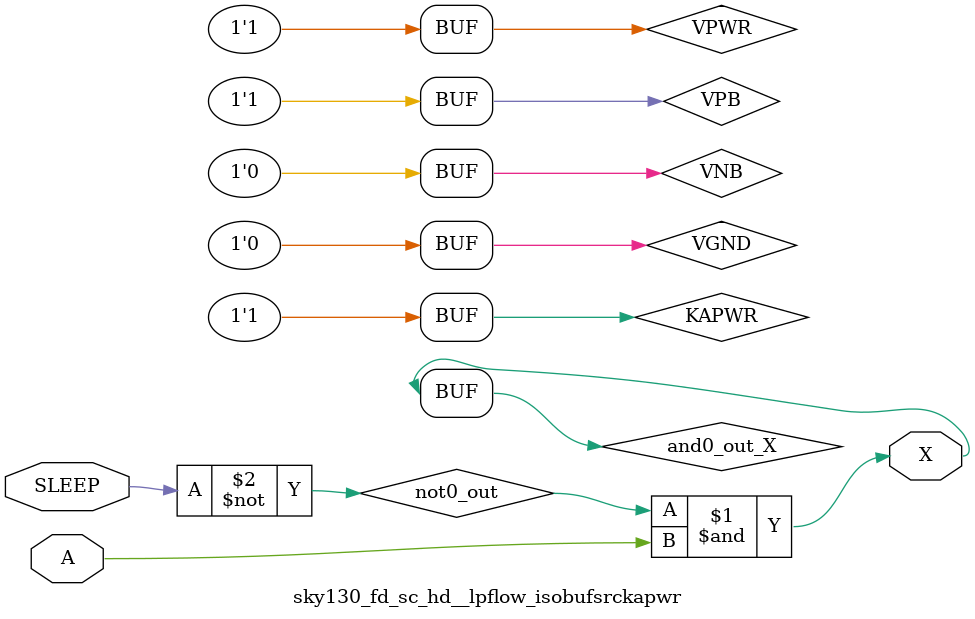
<source format=v>
/*
 * Copyright 2020 The SkyWater PDK Authors
 *
 * Licensed under the Apache License, Version 2.0 (the "License");
 * you may not use this file except in compliance with the License.
 * You may obtain a copy of the License at
 *
 *     https://www.apache.org/licenses/LICENSE-2.0
 *
 * Unless required by applicable law or agreed to in writing, software
 * distributed under the License is distributed on an "AS IS" BASIS,
 * WITHOUT WARRANTIES OR CONDITIONS OF ANY KIND, either express or implied.
 * See the License for the specific language governing permissions and
 * limitations under the License.
 *
 * SPDX-License-Identifier: Apache-2.0
*/


`ifndef SKY130_FD_SC_HD__LPFLOW_ISOBUFSRCKAPWR_TIMING_V
`define SKY130_FD_SC_HD__LPFLOW_ISOBUFSRCKAPWR_TIMING_V

/**
 * lpflow_isobufsrckapwr: Input isolation, noninverted sleep on
 *                        keep-alive power rail.
 *
 *                        X = (!A | SLEEP)
 *
 * Verilog simulation timing model.
 */

`timescale 1ns / 1ps
`default_nettype none

`celldefine
module sky130_fd_sc_hd__lpflow_isobufsrckapwr (
    X    ,
    SLEEP,
    A
);

    // Module ports
    output X    ;
    input  SLEEP;
    input  A    ;

    // Module supplies
    supply1 KAPWR;
    supply1 VPWR ;
    supply0 VGND ;
    supply1 VPB  ;
    supply0 VNB  ;

    // Local signals
    wire not0_out  ;
    wire and0_out_X;

    //  Name  Output      Other arguments
    not not0 (not0_out  , SLEEP          );
    and and0 (and0_out_X, not0_out, A    );
    buf buf0 (X         , and0_out_X     );

endmodule
`endcelldefine

`default_nettype wire
`endif  // SKY130_FD_SC_HD__LPFLOW_ISOBUFSRCKAPWR_TIMING_V

</source>
